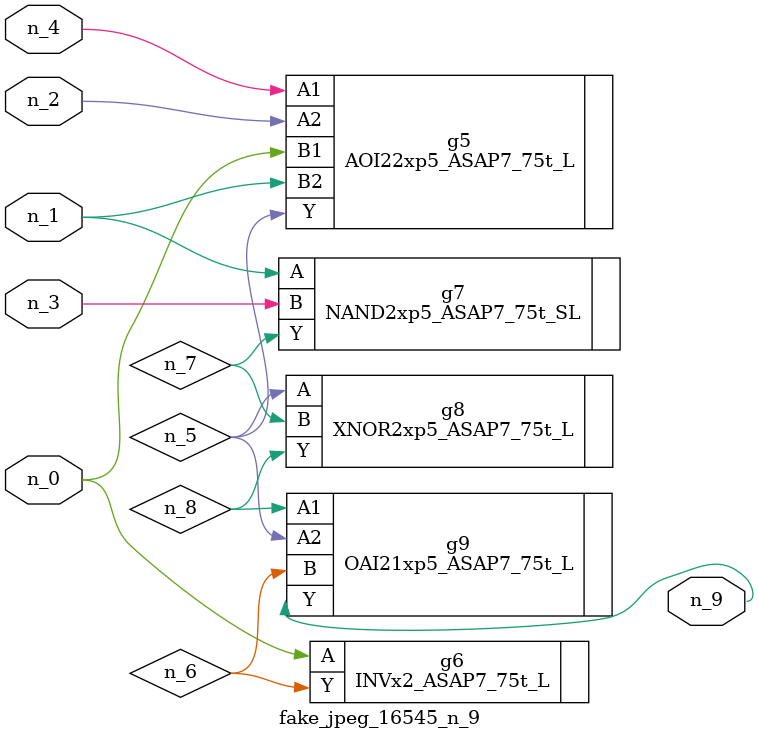
<source format=v>
module fake_jpeg_16545_n_9 (n_3, n_2, n_1, n_0, n_4, n_9);

input n_3;
input n_2;
input n_1;
input n_0;
input n_4;

output n_9;

wire n_8;
wire n_6;
wire n_5;
wire n_7;

AOI22xp5_ASAP7_75t_L g5 ( 
.A1(n_4),
.A2(n_2),
.B1(n_0),
.B2(n_1),
.Y(n_5)
);

INVx2_ASAP7_75t_L g6 ( 
.A(n_0),
.Y(n_6)
);

NAND2xp5_ASAP7_75t_SL g7 ( 
.A(n_1),
.B(n_3),
.Y(n_7)
);

XNOR2xp5_ASAP7_75t_L g8 ( 
.A(n_5),
.B(n_7),
.Y(n_8)
);

OAI21xp5_ASAP7_75t_L g9 ( 
.A1(n_8),
.A2(n_5),
.B(n_6),
.Y(n_9)
);


endmodule
</source>
